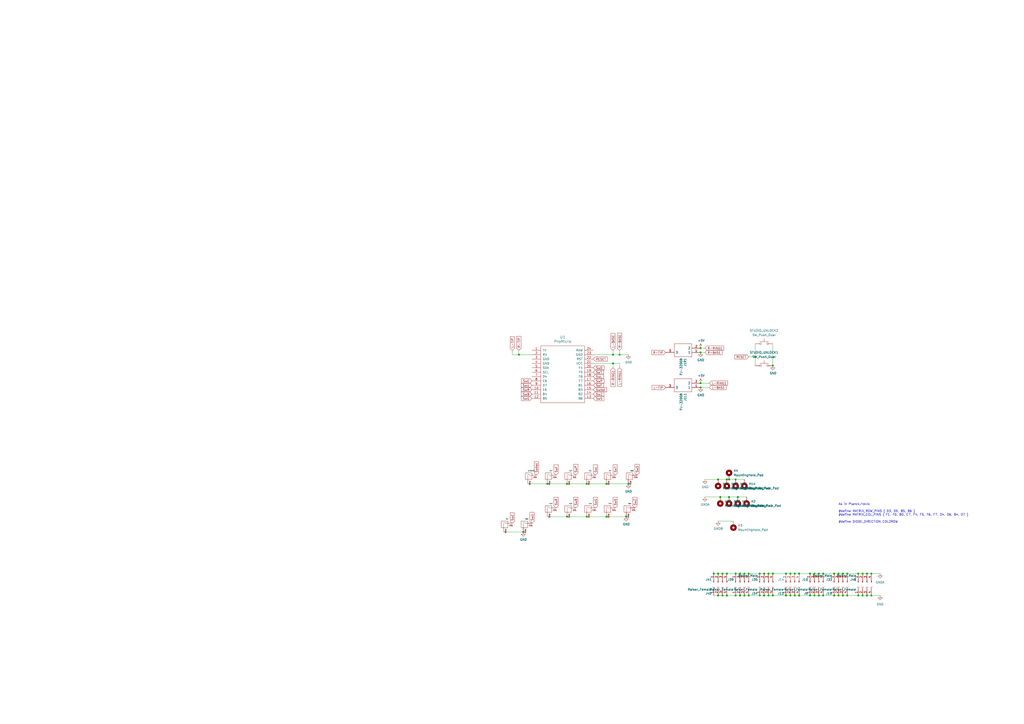
<source format=kicad_sch>
(kicad_sch (version 20250114) (generator "eeschema") (generator_version "9.0")
  (paper "A2")
  (lib_symbols
    (symbol "Connector:Conn_01x04_Female" (pin_names (offset 1.016) (hide yes))
      (property "Reference" "J" (at 0 5.08 0))
      (property "Value" "Connector_Conn_01x04_Female" (at 0 -7.62 0))
      (symbol "Conn_01x04_Female_1_1"
        (polyline (pts (xy -1.27 2.54) (xy -0.508 2.54)) (stroke (width 0.1524)))
        (polyline (pts (xy -1.27 0) (xy -0.508 0)) (stroke (width 0.1524)))
        (polyline (pts (xy -1.27 -2.54) (xy -0.508 -2.54)) (stroke (width 0.1524)))
        (polyline (pts (xy -1.27 -5.08) (xy -0.508 -5.08)) (stroke (width 0.1524)))
        (arc (start 0 2.032) (mid -0.508 2.54) (end 0 3.048) (stroke (width 0.1524)))
        (arc (start 0 -0.508) (mid -0.508 0) (end 0 0.508) (stroke (width 0.1524)))
        (arc (start 0 -3.048) (mid -0.508 -2.54) (end 0 -2.032) (stroke (width 0.1524)))
        (arc (start 0 -5.588) (mid -0.508 -5.08) (end 0 -4.572) (stroke (width 0.1524)))
        (pin passive line (at -5.08 2.54 0) (length 3.81) (name "Pin_1") (number "1"))
        (pin passive line (at -5.08 0 0) (length 3.81) (name "Pin_2") (number "2"))
        (pin passive line (at -5.08 -2.54 0) (length 3.81) (name "Pin_3") (number "3"))
        (pin passive line (at -5.08 -5.08 0) (length 3.81) (name "Pin_4") (number "4"))
      )
    )
    (symbol "Connector:Conn_01x04_Male" (pin_names (offset 1.016) (hide yes))
      (property "Reference" "J" (at 0 5.08 0))
      (property "Value" "Connector_Conn_01x04_Male" (at 0 -7.62 0))
      (symbol "Conn_01x04_Male_1_1"
        (rectangle (start 0.8636 2.667) (end 0 2.413) (stroke (width 0.1524)) (fill (type outline)))
        (rectangle (start 0.8636 0.127) (end 0 -0.127) (stroke (width 0.1524)) (fill (type outline)))
        (rectangle (start 0.8636 -2.413) (end 0 -2.667) (stroke (width 0.1524)) (fill (type outline)))
        (rectangle (start 0.8636 -4.953) (end 0 -5.207) (stroke (width 0.1524)) (fill (type outline)))
        (polyline (pts (xy 1.27 2.54) (xy 0.8636 2.54)) (stroke (width 0.1524)))
        (polyline (pts (xy 1.27 0) (xy 0.8636 0)) (stroke (width 0.1524)))
        (polyline (pts (xy 1.27 -2.54) (xy 0.8636 -2.54)) (stroke (width 0.1524)))
        (polyline (pts (xy 1.27 -5.08) (xy 0.8636 -5.08)) (stroke (width 0.1524)))
        (pin passive line (at 5.08 2.54 180) (length 3.81) (name "Pin_1") (number "1"))
        (pin passive line (at 5.08 0 180) (length 3.81) (name "Pin_2") (number "2"))
        (pin passive line (at 5.08 -2.54 180) (length 3.81) (name "Pin_3") (number "3"))
        (pin passive line (at 5.08 -5.08 180) (length 3.81) (name "Pin_4") (number "4"))
      )
    )
    (symbol "Mechanical:MountingHole_Pad" (pin_numbers (hide yes)) (pin_names (offset 1.016) (hide yes)) (in_bom no)
      (property "Reference" "H" (at 0 6.35 0))
      (property "Value" "MountingHole_Pad" (at 0 4.445 0))
      (symbol "MountingHole_Pad_0_1"
        (circle (center 0 1.27) (radius 1.27) (stroke (width 1.27)))
      )
      (symbol "MountingHole_Pad_1_1"
        (pin input line (at 0 -2.54 90) (length 2.54) (name "1") (number "1"))
      )
    )
    (symbol "STX-3501-3N:STX-3501-3N" (pin_names (offset 0.762))
      (property "Reference" "J" (at 16.51 7.62 0))
      (property "Value" "STX-3501-3N" (at 16.51 5.08 0))
      (symbol "STX-3501-3N_0_0"
        (pin passive line (at 0 0 0) (length 5.08) (name "1") (number "1"))
        (pin passive line (at 0 -2.54 0) (length 5.08) (name "2") (number "2"))
        (pin passive line (at 20.32 0 180) (length 5.08) (name "3") (number "3"))
      )
      (symbol "STX-3501-3N_0_1"
        (polyline (pts (xy 5.08 2.54) (xy 15.24 2.54) (xy 15.24 -5.08) (xy 5.08 -5.08) (xy 5.08 2.54)) (stroke (width 0.1524)))
      )
    )
    (symbol "Switch:SW_Push" (pin_numbers (hide yes)) (pin_names (offset 1.016) (hide yes))
      (property "Reference" "SW" (at 1.27 2.54 0))
      (property "Value" "SW_Push" (at 0 -1.524 0))
      (symbol "SW_Push_0_1"
        (circle (center -2.032 0) (radius 0.508))
        (polyline (pts (xy 0 1.27) (xy 0 3.048)))
        (circle (center 2.032 0) (radius 0.508))
        (polyline (pts (xy 2.54 1.27) (xy -2.54 1.27)))
        (pin passive line (at -5.08 0 0) (length 2.54) (name "1") (number "1"))
        (pin passive line (at 5.08 0 180) (length 2.54) (name "2") (number "2"))
      )
    )
    (symbol "ThumbsUp-rescue:MX-NoLED-MX_Alps_Hybrid" (pin_names (offset 1.016))
      (property "Reference" "MX" (at -0.635 3.81 0))
      (property "Value" "MX-NoLED-MX_Alps_Hybrid" (at -0.635 1.27 0))
      (symbol "MX-NoLED-MX_Alps_Hybrid_0_0"
        (rectangle (start -2.54 2.54) (end 1.27 -1.27))
        (polyline (pts (xy -1.27 -1.27) (xy -1.27 1.27)) (stroke (width 0.127)))
        (polyline (pts (xy 1.27 1.27) (xy 0 1.27) (xy -1.27 1.905)) (stroke (width 0.127)))
        (text "ROW" (at 0 -1.905 900) (effects (font (size 0.762 0.762)) (justify right)))
        (text "COL" (at 3.175 0 0) (effects (font (size 0.762 0.762))))
      )
      (symbol "MX-NoLED-MX_Alps_Hybrid_1_1"
        (pin passive line (at -1.27 -3.81 90) (length 2.54) (name "ROW") (number "2"))
        (pin passive line (at 3.81 1.27 180) (length 2.54) (name "COL") (number "1"))
      )
    )
    (symbol "power:+5V" (power) (pin_numbers (hide yes)) (pin_names (offset 0) (hide yes))
      (property "Value" "+5V" (at 0 3.556 0))
      (symbol "+5V_0_1"
        (polyline (pts (xy -0.762 1.27) (xy 0 2.54)))
        (polyline (pts (xy 0 2.54) (xy 0.762 1.27)))
        (polyline (pts (xy 0 0) (xy 0 2.54)))
      )
      (symbol "+5V_1_1"
        (pin power_in line (at 0 0 90) (length 0) (name "~") (number "1"))
      )
    )
    (symbol "power:GND" (power) (pin_numbers (hide yes)) (pin_names (offset 0) (hide yes))
      (property "Value" "GND" (at 0 -3.81 0))
      (symbol "GND_0_1"
        (polyline (pts (xy 0 0) (xy 0 -1.27) (xy 1.27 -1.27) (xy 0 -2.54) (xy -1.27 -1.27) (xy 0 -1.27)))
      )
      (symbol "GND_1_1"
        (pin power_in line (at 0 0 270) (length 0) (name "~") (number "1"))
      )
    )
    (symbol "power:GNDA" (power) (pin_numbers (hide yes)) (pin_names (offset 0) (hide yes))
      (property "Value" "GNDA" (at 0 -3.81 0))
      (symbol "GNDA_0_1"
        (polyline (pts (xy 0 0) (xy 0 -1.27) (xy 1.27 -1.27) (xy 0 -2.54) (xy -1.27 -1.27) (xy 0 -1.27)))
      )
      (symbol "GNDA_1_1"
        (pin power_in line (at 0 0 270) (length 0) (name "~") (number "1"))
      )
    )
    (symbol "promicro:ProMicro" (pin_names (offset 1.016))
      (property "Reference" "U" (at 0 24.13 0))
      (property "Value" "ProMicro" (at 0 -13.97 0))
      (symbol "ProMicro_0_1"
        (rectangle (start -12.7 21.59) (end 12.7 -11.43))
      )
      (symbol "ProMicro_1_1"
        (pin bidirectional line (at -17.78 19.05 0) (length 5.08) (name "TX") (number "1"))
        (pin bidirectional line (at -17.78 16.51 0) (length 5.08) (name "RX") (number "2"))
        (pin power_in line (at -17.78 13.97 0) (length 5.08) (name "GND") (number "3"))
        (pin power_in line (at -17.78 11.43 0) (length 5.08) (name "GND") (number "4"))
        (pin bidirectional line (at -17.78 8.89 0) (length 5.08) (name "SDA") (number "5"))
        (pin bidirectional line (at -17.78 6.35 0) (length 5.08) (name "SCL") (number "6"))
        (pin bidirectional line (at -17.78 3.81 0) (length 5.08) (name "D4") (number "7"))
        (pin bidirectional line (at -17.78 1.27 0) (length 5.08) (name "C6") (number "8"))
        (pin bidirectional line (at -17.78 -1.27 0) (length 5.08) (name "D7") (number "9"))
        (pin bidirectional line (at -17.78 -3.81 0) (length 5.08) (name "E6") (number "10"))
        (pin bidirectional line (at -17.78 -6.35 0) (length 5.08) (name "B4") (number "11"))
        (pin bidirectional line (at -17.78 -8.89 0) (length 5.08) (name "B5") (number "12"))
        (pin power_out line (at 17.78 19.05 180) (length 5.08) (name "RAW") (number "24"))
        (pin power_in line (at 17.78 16.51 180) (length 5.08) (name "GND") (number "23"))
        (pin input line (at 17.78 13.97 180) (length 5.08) (name "RST") (number "22"))
        (pin power_in line (at 17.78 11.43 180) (length 5.08) (name "VCC") (number "21"))
        (pin bidirectional line (at 17.78 8.89 180) (length 5.08) (name "F4") (number "20"))
        (pin bidirectional line (at 17.78 6.35 180) (length 5.08) (name "F5") (number "19"))
        (pin bidirectional line (at 17.78 3.81 180) (length 5.08) (name "F6") (number "18"))
        (pin bidirectional line (at 17.78 1.27 180) (length 5.08) (name "F7") (number "17"))
        (pin bidirectional line (at 17.78 -1.27 180) (length 5.08) (name "B1") (number "16"))
        (pin bidirectional line (at 17.78 -3.81 180) (length 5.08) (name "B3") (number "15"))
        (pin bidirectional line (at 17.78 -6.35 180) (length 5.08) (name "B2") (number "14"))
        (pin bidirectional line (at 17.78 -8.89 180) (length 5.08) (name "B6") (number "13"))
      )
    )
  )
  (text "As in Planck/rev4:\n\n#define MATRIX_ROW_PINS { D3, D5, B5, B6 }\n#define MATRIX_COL_PINS { F1, F0, B0, C7, F4, F5, F6, F7, D4, D6, B4, D7 }\n\n#define DIODE_DIRECTION COL2ROW\n" (at 486.41 303.53 0) (effects (font (size 1.27 1.27)) (justify left bottom)))
  (junction (at 303.53 308.61))
  (junction (at 502.92 345.44))
  (junction (at 443.23 332.74))
  (junction (at 461.01 332.74))
  (junction (at 469.9 332.74))
  (junction (at 488.95 345.44))
  (junction (at 364.49 280.67))
  (junction (at 486.41 332.74))
  (junction (at 463.55 332.74))
  (junction (at 426.72 345.44))
  (junction (at 445.77 332.74))
  (junction (at 416.56 345.44))
  (junction (at 355.6 210.82))
  (junction (at 406.4 224.79))
  (junction (at 497.84 332.74))
  (junction (at 445.77 345.44))
  (junction (at 427.99 288.29))
  (junction (at 416.56 278.13))
  (junction (at 351.79 299.72))
  (junction (at 505.46 345.44))
  (junction (at 455.93 332.74))
  (junction (at 483.87 345.44))
  (junction (at 477.52 345.44))
  (junction (at 355.6 205.74))
  (junction (at 500.38 332.74))
  (junction (at 429.26 345.44))
  (junction (at 472.44 332.74))
  (junction (at 429.26 332.74))
  (junction (at 422.91 278.13))
  (junction (at 491.49 345.44))
  (junction (at 448.31 345.44))
  (junction (at 426.72 278.13))
  (junction (at 317.5 280.67))
  (junction (at 461.01 345.44))
  (junction (at 448.31 332.74))
  (junction (at 469.9 345.44))
  (junction (at 431.8 332.74))
  (junction (at 328.93 299.72))
  (junction (at 406.4 222.25))
  (junction (at 434.34 345.44))
  (junction (at 417.83 288.29))
  (junction (at 497.84 345.44))
  (junction (at 463.55 345.44))
  (junction (at 474.98 332.74))
  (junction (at 440.69 345.44))
  (junction (at 472.44 345.44))
  (junction (at 359.41 205.74))
  (junction (at 328.93 280.67))
  (junction (at 421.64 332.74))
  (junction (at 486.41 345.44))
  (junction (at 426.72 332.74))
  (junction (at 419.1 345.44))
  (junction (at 419.1 332.74))
  (junction (at 448.31 212.09))
  (junction (at 416.56 332.74))
  (junction (at 502.92 332.74))
  (junction (at 458.47 332.74))
  (junction (at 406.4 201.93))
  (junction (at 443.23 345.44))
  (junction (at 351.79 280.67))
  (junction (at 458.47 345.44))
  (junction (at 477.52 332.74))
  (junction (at 491.49 332.74))
  (junction (at 488.95 332.74))
  (junction (at 421.64 278.13))
  (junction (at 431.8 345.44))
  (junction (at 434.34 332.74))
  (junction (at 440.69 332.74))
  (junction (at 500.38 345.44))
  (junction (at 455.93 345.44))
  (junction (at 438.15 207.01))
  (junction (at 300.99 205.74))
  (junction (at 340.36 299.72))
  (junction (at 414.02 332.74))
  (junction (at 474.98 345.44))
  (junction (at 422.91 288.29))
  (junction (at 505.46 332.74))
  (junction (at 340.36 280.67))
  (junction (at 363.22 299.72))
  (junction (at 421.64 345.44))
  (junction (at 483.87 332.74))
  (junction (at 406.4 204.47))
  (wire (pts (xy 351.79 299.72) (xy 363.22 299.72)))
  (wire (pts (xy 461.01 345.44) (xy 463.55 345.44)))
  (wire (pts (xy 417.83 288.29) (xy 422.91 288.29)))
  (wire (pts (xy 359.41 205.74) (xy 359.41 203.2)))
  (wire (pts (xy 502.92 332.74) (xy 500.38 332.74)))
  (wire (pts (xy 414.02 345.44) (xy 416.56 345.44)))
  (wire (pts (xy 317.5 299.72) (xy 328.93 299.72)))
  (wire (pts (xy 429.26 345.44) (xy 431.8 345.44)))
  (wire (pts (xy 461.01 332.74) (xy 458.47 332.74)))
  (wire (pts (xy 406.4 222.25) (xy 411.48 222.25)))
  (wire (pts (xy 414.02 332.74) (xy 414.02 331.47)))
  (wire (pts (xy 434.34 207.01) (xy 438.15 207.01)))
  (wire (pts (xy 505.46 345.44) (xy 510.54 345.44)))
  (wire (pts (xy 486.41 332.74) (xy 483.87 332.74)))
  (wire (pts (xy 417.83 288.29) (xy 408.94 288.29)))
  (wire (pts (xy 355.6 210.82) (xy 355.6 213.36)))
  (wire (pts (xy 448.31 345.44) (xy 455.93 345.44)))
  (wire (pts (xy 434.34 345.44) (xy 440.69 345.44)))
  (wire (pts (xy 477.52 345.44) (xy 483.87 345.44)))
  (wire (pts (xy 425.45 302.26) (xy 416.56 302.26)))
  (wire (pts (xy 351.79 280.67) (xy 364.49 280.67)))
  (wire (pts (xy 406.4 204.47) (xy 408.94 204.47)))
  (wire (pts (xy 472.44 332.74) (xy 469.9 332.74)))
  (wire (pts (xy 416.56 278.13) (xy 421.64 278.13)))
  (wire (pts (xy 427.99 288.29) (xy 433.07 288.29)))
  (wire (pts (xy 416.56 278.13) (xy 408.94 278.13)))
  (wire (pts (xy 500.38 332.74) (xy 497.84 332.74)))
  (wire (pts (xy 292.1 308.61) (xy 303.53 308.61)))
  (wire (pts (xy 419.1 332.74) (xy 416.56 332.74)))
  (wire (pts (xy 497.84 345.44) (xy 500.38 345.44)))
  (wire (pts (xy 469.9 332.74) (xy 463.55 332.74)))
  (wire (pts (xy 328.93 280.67) (xy 340.36 280.67)))
  (wire (pts (xy 440.69 332.74) (xy 434.34 332.74)))
  (wire (pts (xy 505.46 332.74) (xy 510.54 332.74)))
  (wire (pts (xy 355.6 210.82) (xy 359.41 210.82)))
  (wire (pts (xy 426.72 332.74) (xy 421.64 332.74)))
  (wire (pts (xy 472.44 345.44) (xy 474.98 345.44)))
  (wire (pts (xy 469.9 345.44) (xy 472.44 345.44)))
  (wire (pts (xy 455.93 345.44) (xy 458.47 345.44)))
  (wire (pts (xy 497.84 332.74) (xy 491.49 332.74)))
  (wire (pts (xy 443.23 332.74) (xy 440.69 332.74)))
  (wire (pts (xy 463.55 332.74) (xy 461.01 332.74)))
  (wire (pts (xy 359.41 205.74) (xy 364.49 205.74)))
  (wire (pts (xy 488.95 345.44) (xy 491.49 345.44)))
  (wire (pts (xy 483.87 332.74) (xy 477.52 332.74)))
  (wire (pts (xy 448.31 332.74) (xy 445.77 332.74)))
  (wire (pts (xy 455.93 332.74) (xy 448.31 332.74)))
  (wire (pts (xy 502.92 332.74) (xy 505.46 332.74)))
  (wire (pts (xy 438.15 199.39) (xy 438.15 207.01)))
  (wire (pts (xy 344.17 205.74) (xy 355.6 205.74)))
  (wire (pts (xy 491.49 345.44) (xy 497.84 345.44)))
  (wire (pts (xy 300.99 205.74) (xy 308.61 205.74)))
  (wire (pts (xy 406.4 224.79) (xy 411.48 224.79)))
  (wire (pts (xy 422.91 278.13) (xy 426.72 278.13)))
  (wire (pts (xy 297.18 203.2) (xy 297.18 205.74)))
  (wire (pts (xy 463.55 345.44) (xy 469.9 345.44)))
  (wire (pts (xy 483.87 345.44) (xy 486.41 345.44)))
  (wire (pts (xy 488.95 332.74) (xy 486.41 332.74)))
  (wire (pts (xy 443.23 345.44) (xy 445.77 345.44)))
  (wire (pts (xy 359.41 210.82) (xy 359.41 213.36)))
  (wire (pts (xy 363.22 299.72) (xy 363.22 298.45)))
  (wire (pts (xy 445.77 345.44) (xy 448.31 345.44)))
  (wire (pts (xy 306.07 280.67) (xy 317.5 280.67)))
  (wire (pts (xy 422.91 288.29) (xy 427.99 288.29)))
  (wire (pts (xy 426.72 345.44) (xy 429.26 345.44)))
  (wire (pts (xy 328.93 299.72) (xy 340.36 299.72)))
  (wire (pts (xy 477.52 332.74) (xy 474.98 332.74)))
  (wire (pts (xy 300.99 203.2) (xy 300.99 205.74)))
  (wire (pts (xy 421.64 345.44) (xy 426.72 345.44)))
  (wire (pts (xy 344.17 210.82) (xy 355.6 210.82)))
  (wire (pts (xy 429.26 332.74) (xy 426.72 332.74)))
  (wire (pts (xy 445.77 332.74) (xy 443.23 332.74)))
  (wire (pts (xy 406.4 201.93) (xy 408.94 201.93)))
  (wire (pts (xy 431.8 345.44) (xy 434.34 345.44)))
  (wire (pts (xy 440.69 345.44) (xy 443.23 345.44)))
  (wire (pts (xy 421.64 332.74) (xy 419.1 332.74)))
  (wire (pts (xy 431.8 332.74) (xy 429.26 332.74)))
  (wire (pts (xy 416.56 332.74) (xy 414.02 332.74)))
  (wire (pts (xy 355.6 203.2) (xy 355.6 205.74)))
  (wire (pts (xy 421.64 278.13) (xy 422.91 278.13)))
  (wire (pts (xy 486.41 345.44) (xy 488.95 345.44)))
  (wire (pts (xy 297.18 205.74) (xy 300.99 205.74)))
  (wire (pts (xy 458.47 345.44) (xy 461.01 345.44)))
  (wire (pts (xy 500.38 345.44) (xy 502.92 345.44)))
  (wire (pts (xy 340.36 299.72) (xy 351.79 299.72)))
  (wire (pts (xy 502.92 345.44) (xy 505.46 345.44)))
  (wire (pts (xy 317.5 280.67) (xy 328.93 280.67)))
  (wire (pts (xy 438.15 207.01) (xy 438.15 212.09)))
  (wire (pts (xy 474.98 345.44) (xy 477.52 345.44)))
  (wire (pts (xy 448.31 199.39) (xy 448.31 212.09)))
  (wire (pts (xy 340.36 280.67) (xy 351.79 280.67)))
  (wire (pts (xy 434.34 332.74) (xy 431.8 332.74)))
  (wire (pts (xy 491.49 332.74) (xy 488.95 332.74)))
  (wire (pts (xy 426.72 278.13) (xy 431.8 278.13)))
  (wire (pts (xy 419.1 345.44) (xy 421.64 345.44)))
  (wire (pts (xy 458.47 332.74) (xy 455.93 332.74)))
  (wire (pts (xy 474.98 332.74) (xy 472.44 332.74)))
  (wire (pts (xy 355.6 205.74) (xy 359.41 205.74)))
  (wire (pts (xy 416.56 345.44) (xy 419.1 345.44)))
  (global_label "RESET" (shape input) (at 344.17 208.28 0) (property "Intersheetrefs" "${INTERSHEET_REFS}" (effects (hide yes))))
  (global_label "L-TIP" (shape input) (at 297.18 203.2 90) (property "Intersheetrefs" "${INTERSHEET_REFS}" (effects (hide yes))))
  (global_label "R-BASE" (shape input) (at 408.94 204.47 0) (property "Intersheetrefs" "${INTERSHEET_REFS}" (effects (hide yes))))
  (global_label "L-RING1" (shape input) (at 359.41 213.36 270) (property "Intersheetrefs" "${INTERSHEET_REFS}" (effects (hide yes))))
  (global_label "SwE" (shape input) (at 297.18 303.53 90) (property "Intersheetrefs" "${INTERSHEET_REFS}" (effects (hide yes))))
  (global_label "SwD" (shape input) (at 344.17 213.36 0) (property "Intersheetrefs" "${INTERSHEET_REFS}" (effects (hide yes))))
  (global_label "SwP" (shape input) (at 334.01 275.59 90) (property "Intersheetrefs" "${INTERSHEET_REFS}" (effects (hide yes))))
  (global_label "SwG" (shape input) (at 308.61 231.14 180) (property "Intersheetrefs" "${INTERSHEET_REFS}" (effects (hide yes))))
  (global_label "R-BASE" (shape input) (at 359.41 203.2 90) (property "Intersheetrefs" "${INTERSHEET_REFS}" (effects (hide yes))))
  (global_label "SwU" (shape input) (at 308.61 223.52 180) (property "Intersheetrefs" "${INTERSHEET_REFS}" (effects (hide yes))))
  (global_label "SwR" (shape input) (at 322.58 294.64 90) (property "Intersheetrefs" "${INTERSHEET_REFS}" (effects (hide yes))))
  (global_label "R-RING1" (shape input) (at 408.94 201.93 0) (property "Intersheetrefs" "${INTERSHEET_REFS}" (effects (hide yes))))
  (global_label "SwP" (shape input) (at 344.17 220.98 0) (property "Intersheetrefs" "${INTERSHEET_REFS}" (effects (hide yes))))
  (global_label "SwB" (shape input) (at 334.01 294.64 90) (property "Intersheetrefs" "${INTERSHEET_REFS}" (effects (hide yes))))
  (global_label "SwZ" (shape input) (at 368.3 294.64 90) (property "Intersheetrefs" "${INTERSHEET_REFS}" (effects (hide yes))))
  (global_label "SwF" (shape input) (at 344.17 223.52 0) (property "Intersheetrefs" "${INTERSHEET_REFS}" (effects (hide yes))))
  (global_label "SwT" (shape input) (at 356.87 275.59 90) (property "Intersheetrefs" "${INTERSHEET_REFS}" (effects (hide yes))))
  (global_label "RESET" (shape input) (at 434.34 207.01 180) (property "Intersheetrefs" "${INTERSHEET_REFS}" (effects (hide yes))))
  (global_label "SwS" (shape input) (at 344.17 231.14 0) (property "Intersheetrefs" "${INTERSHEET_REFS}" (effects (hide yes))))
  (global_label "SwD" (shape input) (at 369.57 275.59 90) (property "Intersheetrefs" "${INTERSHEET_REFS}" (effects (hide yes))))
  (global_label "SwAst" (shape input) (at 344.17 226.06 0) (property "Intersheetrefs" "${INTERSHEET_REFS}" (effects (hide yes))))
  (global_label "SwF" (shape input) (at 322.58 275.59 90) (property "Intersheetrefs" "${INTERSHEET_REFS}" (effects (hide yes))))
  (global_label "SwS" (shape input) (at 356.87 294.64 90) (property "Intersheetrefs" "${INTERSHEET_REFS}" (effects (hide yes))))
  (global_label "L-TIP" (shape input) (at 386.08 224.79 180) (property "Intersheetrefs" "${INTERSHEET_REFS}" (effects (hide yes))))
  (global_label "SwL" (shape input) (at 345.44 275.59 90) (property "Intersheetrefs" "${INTERSHEET_REFS}" (effects (hide yes))))
  (global_label "SwAst" (shape input) (at 311.15 275.59 90) (property "Intersheetrefs" "${INTERSHEET_REFS}" (effects (hide yes))))
  (global_label "SwT" (shape input) (at 344.17 215.9 0) (property "Intersheetrefs" "${INTERSHEET_REFS}" (effects (hide yes))))
  (global_label "SwL" (shape input) (at 344.17 218.44 0) (property "Intersheetrefs" "${INTERSHEET_REFS}" (effects (hide yes))))
  (global_label "SwE" (shape input) (at 308.61 220.98 180) (property "Intersheetrefs" "${INTERSHEET_REFS}" (effects (hide yes))))
  (global_label "L-BASE" (shape input) (at 355.6 203.2 90) (property "Intersheetrefs" "${INTERSHEET_REFS}" (effects (hide yes))))
  (global_label "SwZ" (shape input) (at 344.17 228.6 0) (property "Intersheetrefs" "${INTERSHEET_REFS}" (effects (hide yes))))
  (global_label "R-TIP" (shape input) (at 300.99 203.2 90) (property "Intersheetrefs" "${INTERSHEET_REFS}" (effects (hide yes))))
  (global_label "SwG" (shape input) (at 345.44 294.64 90) (property "Intersheetrefs" "${INTERSHEET_REFS}" (effects (hide yes))))
  (global_label "L-BASE" (shape input) (at 411.48 224.79 0) (property "Intersheetrefs" "${INTERSHEET_REFS}" (effects (hide yes))))
  (global_label "R-RING1" (shape input) (at 355.6 213.36 270) (property "Intersheetrefs" "${INTERSHEET_REFS}" (effects (hide yes))))
  (global_label "SwR" (shape input) (at 308.61 226.06 180) (property "Intersheetrefs" "${INTERSHEET_REFS}" (effects (hide yes))))
  (global_label "R-TIP" (shape input) (at 386.08 204.47 180) (property "Intersheetrefs" "${INTERSHEET_REFS}" (effects (hide yes))))
  (global_label "SwB" (shape input) (at 308.61 228.6 180) (property "Intersheetrefs" "${INTERSHEET_REFS}" (effects (hide yes))))
  (global_label "SwU" (shape input) (at 308.61 303.53 90) (property "Intersheetrefs" "${INTERSHEET_REFS}" (effects (hide yes))))
  (global_label "L-RING1" (shape input) (at 411.48 222.25 0) (property "Intersheetrefs" "${INTERSHEET_REFS}" (effects (hide yes))))
  (symbol (lib_id "ThumbsUp-rescue:MX-NoLED-MX_Alps_Hybrid") (at 307.34 276.86 0) (unit 1)
    (property "Reference" "MX23" (effects (hide yes)))
    (property "Value" "SwAsterisk" (at 308.2352 273.05 0) (effects (font (size 0.508 0.508))))
    (property "Footprint" "footprints:SW_D2FC_OMR" (effects (hide yes)))
  )
  (symbol (lib_id "ThumbsUp-rescue:MX-NoLED-MX_Alps_Hybrid") (at 318.77 276.86 0) (unit 1)
    (property "Reference" "MX27" (effects (hide yes)))
    (property "Value" "SwF" (at 319.6652 273.05 0) (effects (font (size 0.508 0.508))))
    (property "Footprint" "footprints:SW_D2FC_OMR" (effects (hide yes)))
  )
  (symbol (lib_id "ThumbsUp-rescue:MX-NoLED-MX_Alps_Hybrid") (at 318.77 295.91 0) (unit 1)
    (property "Reference" "MX28" (effects (hide yes)))
    (property "Value" "SwR" (at 319.6082 292.1254 0) (effects (font (size 0.508 0.508))))
    (property "Footprint" "footprints:SW_D2FC_OMR" (effects (hide yes)))
  )
  (symbol (lib_id "Connector:Conn_01x04_Female") (at 472.44 340.36 90) (unit 1)
    (property "Reference" "J9" (at 468.6808 344.2716 90) (effects (justify left)))
    (property "Value" "Raiser_Female" (at 468.6808 341.9602 90) (effects (justify left)))
    (property "Footprint" "Connector_PinSocket_2.54mm:PinSocket_1x04_P2.54mm_Vertical" (effects (hide yes)))
  )
  (symbol (lib_id "Connector:Conn_01x04_Male") (at 472.44 337.82 90) (unit 1)
    (property "Reference" "J10" (at 468.7824 336.2452 90) (effects (justify left)))
    (property "Value" "Raiser_Male" (effects (hide yes)))
    (property "Footprint" "Connector_PinHeader_2.54mm:PinHeader_1x04_P2.54mm_Vertical" (effects (hide yes)))
  )
  (symbol (lib_id "Connector:Conn_01x04_Female") (at 458.47 340.36 90) (unit 1)
    (property "Reference" "J13" (at 454.7108 344.2716 90) (effects (justify left)))
    (property "Value" "Raiser_Female" (at 454.7108 341.9602 90) (effects (justify left)))
    (property "Footprint" "Connector_PinSocket_2.54mm:PinSocket_1x04_P2.54mm_Vertical" (effects (hide yes)))
  )
  (symbol (lib_id "Connector:Conn_01x04_Male") (at 458.47 337.82 90) (unit 1)
    (property "Reference" "J14" (at 454.8124 336.2452 90) (effects (justify left)))
    (property "Value" "Raiser_Male" (effects (hide yes)))
    (property "Footprint" "Connector_PinHeader_2.54mm:PinHeader_1x04_P2.54mm_Vertical" (effects (hide yes)))
  )
  (symbol (lib_id "ThumbsUp-rescue:MX-NoLED-MX_Alps_Hybrid") (at 365.76 276.86 0) (unit 1)
    (property "Reference" "MX42" (effects (hide yes)))
    (property "Value" "SwD" (at 366.6552 273.05 0) (effects (font (size 0.508 0.508))))
    (property "Footprint" "footprints:SW_D2FC_OMR" (effects (hide yes)))
  )
  (symbol (lib_id "ThumbsUp-rescue:MX-NoLED-MX_Alps_Hybrid") (at 353.06 276.86 0) (unit 1)
    (property "Reference" "MX39" (effects (hide yes)))
    (property "Value" "SwT" (at 353.9552 273.05 0) (effects (font (size 0.508 0.508))))
    (property "Footprint" "footprints:SW_D2FC_OMR" (effects (hide yes)))
  )
  (symbol (lib_id "ThumbsUp-rescue:MX-NoLED-MX_Alps_Hybrid") (at 364.49 295.91 0) (unit 1)
    (property "Reference" "MX43" (effects (hide yes)))
    (property "Value" "SwZ" (at 365.3282 292.1254 0) (effects (font (size 0.508 0.508))))
    (property "Footprint" "footprints:SW_D2FC_OMR" (effects (hide yes)))
  )
  (symbol (lib_id "ThumbsUp-rescue:MX-NoLED-MX_Alps_Hybrid") (at 341.63 276.86 0) (unit 1)
    (property "Reference" "MX35" (effects (hide yes)))
    (property "Value" "SwL" (at 342.5252 273.05 0) (effects (font (size 0.508 0.508))))
    (property "Footprint" "footprints:SW_D2FC_OMR" (effects (hide yes)))
  )
  (symbol (lib_id "ThumbsUp-rescue:MX-NoLED-MX_Alps_Hybrid") (at 330.2 276.86 0) (unit 1)
    (property "Reference" "MX31" (effects (hide yes)))
    (property "Value" "SwP" (at 331.0952 273.05 0) (effects (font (size 0.508 0.508))))
    (property "Footprint" "footprints:SW_D2FC_OMR" (effects (hide yes)))
  )
  (symbol (lib_id "ThumbsUp-rescue:MX-NoLED-MX_Alps_Hybrid") (at 341.63 295.91 0) (unit 1)
    (property "Reference" "MX36" (effects (hide yes)))
    (property "Value" "SwG" (at 342.4682 292.1254 0) (effects (font (size 0.508 0.508))))
    (property "Footprint" "footprints:SW_D2FC_OMR" (effects (hide yes)))
  )
  (symbol (lib_id "ThumbsUp-rescue:MX-NoLED-MX_Alps_Hybrid") (at 330.2 295.91 0) (unit 1)
    (property "Reference" "MX32" (effects (hide yes)))
    (property "Value" "SwB" (at 331.0382 292.1254 0) (effects (font (size 0.508 0.508))))
    (property "Footprint" "footprints:SW_D2FC_OMR" (effects (hide yes)))
  )
  (symbol (lib_id "ThumbsUp-rescue:MX-NoLED-MX_Alps_Hybrid") (at 353.06 295.91 0) (unit 1)
    (property "Reference" "MX40" (effects (hide yes)))
    (property "Value" "SwS" (at 353.8982 292.1254 0) (effects (font (size 0.508 0.508))))
    (property "Footprint" "footprints:SW_D2FC_OMR" (effects (hide yes)))
  )
  (symbol (lib_id "ThumbsUp-rescue:MX-NoLED-MX_Alps_Hybrid") (at 293.37 304.8 0) (unit 1)
    (property "Reference" "MX30" (effects (hide yes)))
    (property "Value" "SwE" (at 294.2082 301.0154 0) (effects (font (size 0.508 0.508))))
    (property "Footprint" "footprints:SW_D2FC_OMR" (effects (hide yes)))
  )
  (symbol (lib_id "ThumbsUp-rescue:MX-NoLED-MX_Alps_Hybrid") (at 304.8 304.8 0) (unit 1)
    (property "Reference" "MX26" (effects (hide yes)))
    (property "Value" "SwU" (at 305.6382 301.0154 0) (effects (font (size 0.508 0.508))))
    (property "Footprint" "footprints:SW_D2FC_OMR" (effects (hide yes)))
  )
  (symbol (lib_id "Connector:Conn_01x04_Female") (at 500.38 340.36 90) (unit 1)
    (property "Reference" "J47" (effects (hide yes)))
    (property "Value" "Raiser_Female" (at 496.6208 341.9602 90) (effects (justify left)))
    (property "Footprint" "Connector_PinSocket_2.54mm:PinSocket_1x04_P2.54mm_Vertical" (effects (hide yes)))
  )
  (symbol (lib_id "Connector:Conn_01x04_Male") (at 500.38 337.82 90) (unit 1)
    (property "Reference" "J48" (at 496.7224 336.2452 90) (effects (justify left)))
    (property "Value" "Raiser_Male" (at 496.7224 333.9338 90) (effects (justify left)))
    (property "Footprint" "Connector_PinHeader_2.54mm:PinHeader_1x04_P2.54mm_Vertical" (effects (hide yes)))
  )
  (symbol (lib_id "Connector:Conn_01x04_Female") (at 443.23 340.36 90) (unit 1)
    (property "Reference" "J34" (at 439.4708 344.2716 90) (effects (justify left)))
    (property "Value" "Raiser_Female" (at 439.4708 341.9602 90) (effects (justify left)))
    (property "Footprint" "Connector_PinSocket_2.54mm:PinSocket_1x04_P2.54mm_Vertical" (effects (hide yes)))
  )
  (symbol (lib_id "Connector:Conn_01x04_Male") (at 443.23 337.82 90) (unit 1)
    (property "Reference" "J35" (at 439.5724 336.2452 90) (effects (justify left)))
    (property "Value" "Raiser_Male" (at 439.5724 333.9338 90) (effects (justify left)))
    (property "Footprint" "Connector_PinHeader_2.54mm:PinHeader_1x04_P2.54mm_Vertical" (effects (hide yes)))
  )
  (symbol (lib_id "Connector:Conn_01x04_Female") (at 486.41 340.36 90) (unit 1)
    (property "Reference" "J19" (at 482.6508 344.2716 90) (effects (justify left)))
    (property "Value" "Raiser_Female" (at 482.6508 341.9602 90) (effects (justify left)))
    (property "Footprint" "Connector_PinSocket_2.54mm:PinSocket_1x04_P2.54mm_Vertical" (effects (hide yes)))
  )
  (symbol (lib_id "Connector:Conn_01x04_Male") (at 486.41 337.82 90) (unit 1)
    (property "Reference" "J33" (at 482.7524 336.2452 90) (effects (justify left)))
    (property "Value" "Raiser_Male" (at 482.7524 333.9338 90) (effects (justify left)))
    (property "Footprint" "Connector_PinHeader_2.54mm:PinHeader_1x04_P2.54mm_Vertical" (effects (hide yes)))
  )
  (symbol (lib_id "STX-3501-3N:STX-3501-3N") (at 406.4 204.47 180) (unit 1)
    (property "Reference" "J1R1" (at 397.4084 207.7212 90) (effects (justify left)))
    (property "Value" "PJ-3200B" (at 395.097 207.7212 90) (effects (justify left)))
    (property "Footprint" "random-keyboard-parts:PJ-3200B-4A" (effects (hide yes)))
    (property "Datasheet" "https://datasheet.datasheetarchive.com/originals/distributors/Datasheets_SAMA/ae9d1df0991347f2f81145ba35ca04dc.pdf" (effects (hide yes)))
    (property "Description" "Phone Connectors 3.5mm S LUGS STEREO 3P THRU HOLE" (effects (hide yes)))
    (property "Height" "5" (effects (hide yes)))
    (property "Manufacturer_Name" "Kycon" (effects (hide yes)))
    (property "Manufacturer_Part_Number" "STX-3501-3N" (effects (hide yes)))
    (property "Mouser Part Number" "806-STX-3501-3N" (effects (hide yes)))
    (property "Mouser Price/Stock" "https://www.mouser.co.uk/ProductDetail/Kycon/STX-3501-3N?qs=BBNwCsfFaznpJt4o1Jp%2FTg%3D%3D" (effects (hide yes)))
  )
  (symbol (lib_id "power:+5V") (at 406.4 222.25 0) (unit 1)
    (property "Reference" "#PWR0147" (effects (hide yes)))
    (property "Value" "+5V" (at 406.781 217.8558 0))
  )
  (symbol (lib_id "Connector:Conn_01x04_Female") (at 416.56 340.36 90) (unit 1)
    (property "Reference" "J40" (at 412.8008 344.2716 90) (effects (justify left)))
    (property "Value" "Raiser_Female" (at 412.8008 341.9602 90) (effects (justify left)))
    (property "Footprint" "Connector_PinSocket_2.54mm:PinSocket_1x04_P2.54mm_Vertical" (effects (hide yes)))
  )
  (symbol (lib_id "Connector:Conn_01x04_Male") (at 416.56 337.82 90) (unit 1)
    (property "Reference" "J41" (at 412.9024 336.2452 90) (effects (justify left)))
    (property "Value" "Raiser_Male" (effects (hide yes)))
    (property "Footprint" "Connector_PinHeader_2.54mm:PinHeader_1x04_P2.54mm_Vertical" (effects (hide yes)))
  )
  (symbol (lib_id "Connector:Conn_01x04_Female") (at 429.26 340.36 90) (unit 1)
    (property "Reference" "J38" (effects (hide yes)))
    (property "Value" "Raiser_Female" (at 425.5008 341.9602 90) (effects (justify left)))
    (property "Footprint" "Connector_PinSocket_2.54mm:PinSocket_1x04_P2.54mm_Vertical" (effects (hide yes)))
  )
  (symbol (lib_id "Connector:Conn_01x04_Male") (at 429.26 337.82 90) (unit 1)
    (property "Reference" "J39" (at 425.6024 336.2452 90) (effects (justify left)))
    (property "Value" "Raiser_Male" (effects (hide yes)))
    (property "Footprint" "Connector_PinHeader_2.54mm:PinHeader_1x04_P2.54mm_Vertical" (effects (hide yes)))
  )
  (symbol (lib_id "power:+5V") (at 406.4 201.93 0) (unit 1)
    (property "Reference" "#PWR0148" (effects (hide yes)))
    (property "Value" "+5V" (at 406.781 197.5358 0))
  )
  (symbol (lib_id "power:GND") (at 406.4 224.79 0) (unit 1)
    (property "Reference" "#PWR0149" (effects (hide yes)))
    (property "Value" "GND" (at 406.527 229.1842 0))
  )
  (symbol (lib_id "power:GND") (at 406.4 204.47 0) (unit 1)
    (property "Reference" "#PWR0152" (effects (hide yes)))
    (property "Value" "GND" (at 406.527 208.8642 0))
  )
  (symbol (lib_id "power:GND") (at 448.31 212.09 0) (unit 1)
    (property "Reference" "#PWR0143" (effects (hide yes)))
    (property "Value" "GND" (at 448.437 216.4842 0))
  )
  (symbol (lib_id "Mechanical:MountingHole_Pad") (at 425.45 304.8 180) (unit 1) (in_bom no)
    (property "Reference" "H3" (at 427.99 304.7999 0) (effects (justify right)))
    (property "Value" "MountingHole_Pad" (at 427.99 307.3399 0) (effects (justify right)))
    (property "Footprint" "MountingHole:MountingHole_3.5mm_Pad" (effects (hide yes)))
    (property "Description" "Mounting Hole with connection" (effects (hide yes)))
  )
  (symbol (lib_id "Mechanical:MountingHole_Pad") (at 421.64 280.67 180) (unit 1) (in_bom no)
    (property "Reference" "H12" (at 424.18 280.6699 0) (effects (justify right)))
    (property "Value" "MountingHole_Pad" (at 424.18 283.2099 0) (effects (justify right)))
    (property "Footprint" "MountingHole:MountingHole_3.5mm_Pad" (effects (hide yes)))
    (property "Description" "Mounting Hole with connection" (effects (hide yes)))
  )
  (symbol (lib_id "Mechanical:MountingHole_Pad") (at 426.72 280.67 180) (unit 1) (in_bom no)
    (property "Reference" "H13" (at 429.26 280.6699 0) (effects (justify right)))
    (property "Value" "MountingHole_Pad" (at 429.26 283.2099 0) (effects (justify right)))
    (property "Footprint" "MountingHole:MountingHole_3.5mm_Pad" (effects (hide yes)))
    (property "Description" "Mounting Hole with connection" (effects (hide yes)))
  )
  (symbol (lib_id "Mechanical:MountingHole_Pad") (at 422.91 275.59 0) (unit 1) (in_bom no)
    (property "Reference" "H4" (at 425.45 273.0499 0) (effects (justify left)))
    (property "Value" "MountingHole_Pad" (at 425.45 275.5899 0) (effects (justify left)))
    (property "Footprint" "MountingHole:MountingHole_4.5mm_Pad" (effects (hide yes)))
    (property "Description" "Mounting Hole with connection" (effects (hide yes)))
  )
  (symbol (lib_id "power:GND") (at 364.49 280.67 0) (unit 1)
    (property "Reference" "#PWR02" (effects (hide yes)))
    (property "Value" "GND" (at 364.617 285.0642 0))
  )
  (symbol (lib_id "Mechanical:MountingHole_Pad") (at 433.07 290.83 180) (unit 1) (in_bom no)
    (property "Reference" "H2" (at 435.61 290.8299 0) (effects (justify right)))
    (property "Value" "MountingHole_Pad" (at 435.61 293.3699 0) (effects (justify right)))
    (property "Footprint" "MountingHole:MountingHole_3.5mm_Pad" (effects (hide yes)))
    (property "Description" "Mounting Hole with connection" (effects (hide yes)))
  )
  (symbol (lib_id "Mechanical:MountingHole_Pad") (at 431.8 280.67 180) (unit 1) (in_bom no)
    (property "Reference" "H14" (at 434.34 280.6699 0) (effects (justify right)))
    (property "Value" "MountingHole_Pad" (at 434.34 283.2099 0) (effects (justify right)))
    (property "Footprint" "MountingHole:MountingHole_3.5mm_Pad" (effects (hide yes)))
    (property "Description" "Mounting Hole with connection" (effects (hide yes)))
  )
  (symbol (lib_id "power:GNDA") (at 408.94 288.29 0) (unit 1)
    (property "Reference" "#PWR034" (effects (hide yes)))
    (property "Value" "GNDA" (at 409.067 292.6842 0))
  )
  (symbol (lib_id "promicro:ProMicro") (at 326.39 222.25 0) (unit 1)
    (property "Reference" "U1" (at 326.39 195.58 0) (effects (font (size 1.524 1.524))))
    (property "Value" "ProMicro" (at 326.39 198.12 0) (effects (font (size 1.524 1.524))))
    (property "Footprint" "promicro:ProMicro-NoSilk" (effects (hide yes)))
  )
  (symbol (lib_id "Switch:SW_Push") (at 443.23 199.39 0) (unit 1)
    (property "Reference" "STUDIO_UNLOCK2" (at 443.23 191.77 0))
    (property "Value" "SW_Push_Dual" (at 443.23 194.31 0))
    (property "Footprint" "Button_Switch_SMD:SW_Push_1P1T_NO_CK_KSC6xxJ" (effects (hide yes)))
    (property "Description" "Push button switch, generic, two pins" (effects (hide yes)))
  )
  (symbol (lib_id "Switch:SW_Push") (at 443.23 212.09 0) (unit 1)
    (property "Reference" "STUDIO_UNLOCK1" (at 443.23 204.47 0))
    (property "Value" "SW_Push_Dual" (at 443.23 207.01 0))
    (property "Footprint" "Button_Switch_SMD:SW_Push_1P1T_NO_CK_KSC6xxJ" (effects (hide yes)))
    (property "Description" "Push button switch, generic, two pins" (effects (hide yes)))
  )
  (symbol (lib_id "Mechanical:MountingHole_Pad") (at 422.91 290.83 180) (unit 1) (in_bom no)
    (property "Reference" "H10" (at 425.45 290.8299 0) (effects (justify right)))
    (property "Value" "MountingHole_Pad" (at 425.45 293.3699 0) (effects (justify right)))
    (property "Footprint" "MountingHole:MountingHole_3.5mm_Pad" (effects (hide yes)))
    (property "Description" "Mounting Hole with connection" (effects (hide yes)))
  )
  (symbol (lib_id "power:GNDA") (at 416.56 302.26 0) (unit 1)
    (property "Reference" "#PWR07" (effects (hide yes)))
    (property "Value" "GNDB" (at 416.687 306.6542 0))
  )
  (symbol (lib_id "power:GND") (at 510.54 332.74 0) (unit 1)
    (property "Reference" "#PWR06" (effects (hide yes)))
    (property "Value" "GNDA" (at 510.54 337.82 0))
    (property "Description" "Power symbol creates a global label with name \"GND\" , ground" (effects (hide yes)))
  )
  (symbol (lib_id "STX-3501-3N:STX-3501-3N") (at 406.4 224.79 180) (unit 1)
    (property "Reference" "J1L1" (at 397.4084 228.0412 90) (effects (justify left)))
    (property "Value" "PJ-3200B" (at 395.097 228.0412 90) (effects (justify left)))
    (property "Footprint" "random-keyboard-parts:PJ-3200B-4A" (effects (hide yes)))
    (property "Datasheet" "https://datasheet.datasheetarchive.com/originals/distributors/Datasheets_SAMA/ae9d1df0991347f2f81145ba35ca04dc.pdf" (effects (hide yes)))
    (property "Description" "Phone Connectors 3.5mm S LUGS STEREO 3P THRU HOLE" (effects (hide yes)))
    (property "Height" "5" (effects (hide yes)))
    (property "Manufacturer_Name" "Kycon" (effects (hide yes)))
    (property "Manufacturer_Part_Number" "STX-3501-3N" (effects (hide yes)))
    (property "Mouser Part Number" "806-STX-3501-3N" (effects (hide yes)))
    (property "Mouser Price/Stock" "https://www.mouser.co.uk/ProductDetail/Kycon/STX-3501-3N?qs=BBNwCsfFaznpJt4o1Jp%2FTg%3D%3D" (effects (hide yes)))
  )
  (symbol (lib_id "Mechanical:MountingHole_Pad") (at 427.99 290.83 180) (unit 1) (in_bom no)
    (property "Reference" "H1" (at 430.53 290.8299 0) (effects (justify right)))
    (property "Value" "MountingHole_Pad" (at 430.53 293.3699 0) (effects (justify right)))
    (property "Footprint" "MountingHole:MountingHole_3.5mm_Pad" (effects (hide yes)))
    (property "Description" "Mounting Hole with connection" (effects (hide yes)))
  )
  (symbol (lib_id "Mechanical:MountingHole_Pad") (at 417.83 290.83 180) (unit 1) (in_bom no)
    (property "Reference" "H15" (at 420.37 290.8299 0) (effects (justify right)))
    (property "Value" "MountingHole_Pad" (at 420.37 293.3699 0) (effects (justify right)))
    (property "Footprint" "MountingHole:MountingHole_3.5mm_Pad" (effects (hide yes)))
    (property "Description" "Mounting Hole with connection" (effects (hide yes)))
  )
  (symbol (lib_id "power:GND") (at 364.49 205.74 0) (unit 1)
    (property "Reference" "#PWR01" (effects (hide yes)))
    (property "Value" "GND" (at 364.617 210.1342 0))
  )
  (symbol (lib_id "Mechanical:MountingHole_Pad") (at 416.56 280.67 180) (unit 1) (in_bom no)
    (property "Reference" "H11" (at 419.1 280.6699 0) (effects (justify right)))
    (property "Value" "MountingHole_Pad" (at 419.1 283.2099 0) (effects (justify right)))
    (property "Footprint" "MountingHole:MountingHole_3.5mm_Pad" (effects (hide yes)))
    (property "Description" "Mounting Hole with connection" (effects (hide yes)))
  )
  (symbol (lib_id "power:GND") (at 363.22 299.72 0) (unit 1)
    (property "Reference" "#PWR03" (effects (hide yes)))
    (property "Value" "GND" (at 363.347 304.1142 0))
  )
  (symbol (lib_id "power:GND") (at 408.94 278.13 0) (unit 1)
    (property "Reference" "#PWR036" (effects (hide yes)))
    (property "Value" "GND" (at 409.067 282.5242 0))
  )
  (symbol (lib_id "power:GND") (at 303.53 308.61 0) (unit 1)
    (property "Reference" "#PWR04" (effects (hide yes)))
    (property "Value" "GND" (at 303.657 313.0042 0))
  )
  (symbol (lib_id "power:GND") (at 510.54 345.44 0) (unit 1)
    (property "Reference" "#PWR05" (effects (hide yes)))
    (property "Value" "GND" (at 510.54 350.52 0))
    (property "Description" "Power symbol creates a global label with name \"GND\" , ground" (effects (hide yes)))
  )
)
</source>
